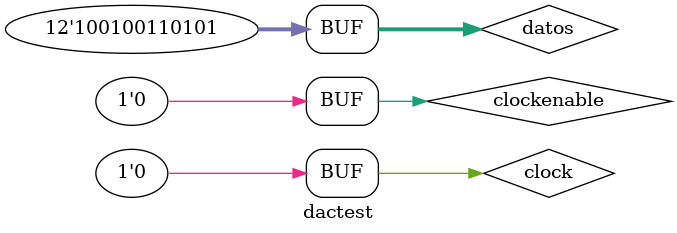
<source format=v>
module dactest;

	// Inputs
	reg clock;
	reg clockenable;
	reg [0:11] datos;

	// Outputs
	wire mosi;
	wire daccs;
	wire sck;
	wire dacclr;

	// Instantiate the Unit Under Test (UUT)
	dac uut (
		.clock(clock), 
		.clockenable(clockenable), 
		.datos(datos), 
		.mosi(mosi), 
		.daccs(daccs), 
		.sck(sck), 
		.dacclr(dacclr)
	);

	initial begin
		clock = 0;
		clockenable = 0;
		datos = 2357;
		#100;
		repeat(340) begin
			clock=~clock;
			#50;
		end
	end

	initial begin
		clock = 0;
		clockenable = 0;
		datos = 2357;
		#50;
		repeat(5) begin
			clockenable=~clockenable;
			#3400;
		end
    end
      
endmodule


</source>
